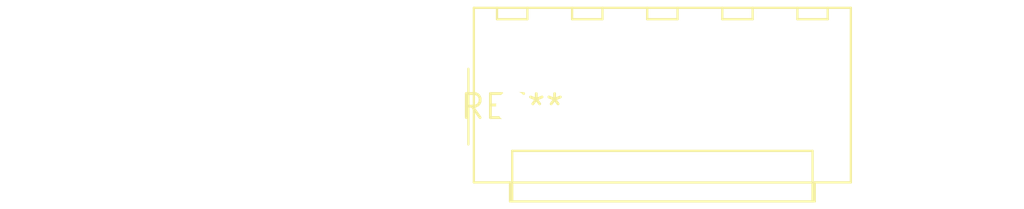
<source format=kicad_pcb>
(kicad_pcb (version 20240108) (generator pcbnew)
  (layers (0 "F.Cu" signal) (31 "B.Cu" signal) (34 "B.Paste" user) (35 "F.Paste" user) (36 "B.SilkS" user "B.Silkscreen") (37 "F.SilkS" user "F.Silkscreen") (38 "B.Mask" user) (39 "F.Mask" user) (44 "Edge.Cuts" user))
  (net 0 "")
  (footprint "Molex_KK-396_A-41791-0005_1x05_P3.96mm_Vertical" (layer "F.Cu") (at 0 0)
    (property "Reference" "REF**")
    (property "Value" "Molex_KK-396_A-41791-0005_1x05_P3.96mm_Vertical")
    (fp_line (start -2.31 -2) (end -2.31 2) (layer "F.SilkS") (stroke (width 0.12)))
    (fp_line (start -2.02 -5.22) (end 17.86 -5.22) (layer "F.SilkS") (stroke (width 0.12)))
    (fp_line (start -2.02 4.005) (end -2.02 -5.22) (layer "F.SilkS") (stroke (width 0.12)))
    (fp_line (start -0.8 -5.22) (end -0.8 -4.62) (layer "F.SilkS") (stroke (width 0.12)))
    (fp_line (start -0.8 -4.62) (end 0.8 -4.62) (layer "F.SilkS") (stroke (width 0.12)))
    (fp_line (start -0.115 4.005) (end -2.02 4.005) (layer "F.SilkS") (stroke (width 0.12)))
    (fp_line (start -0.115 5.01) (end -0.115 4.005) (layer "F.SilkS") (stroke (width 0.12)))
    (fp_line (start 0 2.34) (end 15.84 2.34) (layer "F.SilkS") (stroke (width 0.12)))
    (fp_line (start 0 4.01) (end 0 2.34) (layer "F.SilkS") (stroke (width 0.12)))
    (fp_line (start 0 4.01) (end 15.84 4.01) (layer "F.SilkS") (stroke (width 0.12)))
    (fp_line (start 0 5.01) (end 0 4.01) (layer "F.SilkS") (stroke (width 0.12)))
    (fp_line (start 0.8 -4.62) (end 0.8 -5.22) (layer "F.SilkS") (stroke (width 0.12)))
    (fp_line (start 3.16 -5.22) (end 3.16 -4.62) (layer "F.SilkS") (stroke (width 0.12)))
    (fp_line (start 3.16 -4.62) (end 4.76 -4.62) (layer "F.SilkS") (stroke (width 0.12)))
    (fp_line (start 4.76 -4.62) (end 4.76 -5.22) (layer "F.SilkS") (stroke (width 0.12)))
    (fp_line (start 7.12 -5.22) (end 7.12 -4.62) (layer "F.SilkS") (stroke (width 0.12)))
    (fp_line (start 7.12 -4.62) (end 8.72 -4.62) (layer "F.SilkS") (stroke (width 0.12)))
    (fp_line (start 8.72 -4.62) (end 8.72 -5.22) (layer "F.SilkS") (stroke (width 0.12)))
    (fp_line (start 11.08 -5.22) (end 11.08 -4.62) (layer "F.SilkS") (stroke (width 0.12)))
    (fp_line (start 11.08 -4.62) (end 12.68 -4.62) (layer "F.SilkS") (stroke (width 0.12)))
    (fp_line (start 12.68 -4.62) (end 12.68 -5.22) (layer "F.SilkS") (stroke (width 0.12)))
    (fp_line (start 15.04 -5.22) (end 15.04 -4.62) (layer "F.SilkS") (stroke (width 0.12)))
    (fp_line (start 15.04 -4.62) (end 16.64 -4.62) (layer "F.SilkS") (stroke (width 0.12)))
    (fp_line (start 15.84 2.34) (end 15.84 4.01) (layer "F.SilkS") (stroke (width 0.12)))
    (fp_line (start 15.84 4.01) (end 15.84 5.01) (layer "F.SilkS") (stroke (width 0.12)))
    (fp_line (start 15.955 4.005) (end 15.955 5.01) (layer "F.SilkS") (stroke (width 0.12)))
    (fp_line (start 15.955 5.01) (end -0.115 5.01) (layer "F.SilkS") (stroke (width 0.12)))
    (fp_line (start 16.64 -4.62) (end 16.64 -5.22) (layer "F.SilkS") (stroke (width 0.12)))
    (fp_line (start 17.86 -5.22) (end 17.86 4.005) (layer "F.SilkS") (stroke (width 0.12)))
    (fp_line (start 17.86 4.005) (end 15.955 4.005) (layer "F.SilkS") (stroke (width 0.12)))
    (pad "1" thru_hole roundrect (at 0 0) (size 3.16 4.1) (drill 1.7) (layers *.Cu *.Mask) (remove_unused_layers) (roundrect_rratio 0.079114))
    (pad "2" thru_hole oval (at 3.96 0) (size 3.16 4.1) (drill 1.7) (layers *.Cu *.Mask) (remove_unused_layers))
    (pad "3" thru_hole oval (at 7.92 0) (size 3.16 4.1) (drill 1.7) (layers *.Cu *.Mask) (remove_unused_layers))
    (pad "4" thru_hole oval (at 11.88 0) (size 3.16 4.1) (drill 1.7) (layers *.Cu *.Mask) (remove_unused_layers))
    (pad "5" thru_hole oval (at 15.84 0) (size 3.16 4.1) (drill 1.7) (layers *.Cu *.Mask) (remove_unused_layers))
  )
)
</source>
